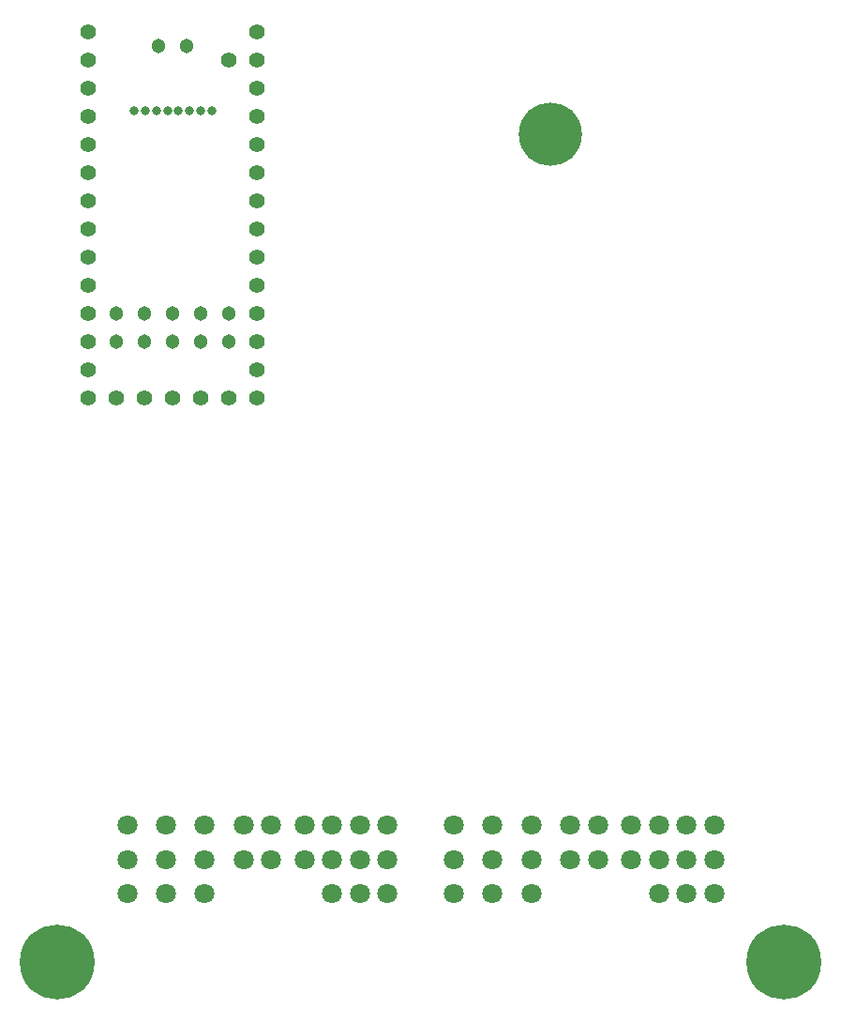
<source format=gbs>
G04 #@! TF.GenerationSoftware,KiCad,Pcbnew,7.0.8*
G04 #@! TF.CreationDate,2023-11-08T10:16:28+01:00*
G04 #@! TF.ProjectId,MicroKI,4d696372-6f4b-4492-9e6b-696361645f70,rev?*
G04 #@! TF.SameCoordinates,Original*
G04 #@! TF.FileFunction,Soldermask,Bot*
G04 #@! TF.FilePolarity,Negative*
%FSLAX46Y46*%
G04 Gerber Fmt 4.6, Leading zero omitted, Abs format (unit mm)*
G04 Created by KiCad (PCBNEW 7.0.8) date 2023-11-08 10:16:28*
%MOMM*%
%LPD*%
G01*
G04 APERTURE LIST*
%ADD10C,1.404000*%
%ADD11C,1.304000*%
%ADD12C,0.804000*%
%ADD13C,1.800000*%
%ADD14C,6.750000*%
%ADD15C,3.600000*%
%ADD16C,5.700000*%
G04 APERTURE END LIST*
D10*
X80510000Y-51955000D03*
X80510000Y-54495000D03*
X80510000Y-57035000D03*
X80510000Y-59575000D03*
X80510000Y-62115000D03*
X80510000Y-64655000D03*
X80510000Y-67195000D03*
X80510000Y-69735000D03*
X80510000Y-72275000D03*
X80510000Y-74815000D03*
X80510000Y-77355000D03*
X80510000Y-79895000D03*
X80510000Y-82435000D03*
X80510000Y-84975000D03*
X83050000Y-84975000D03*
X85590000Y-84975000D03*
X88130000Y-84975000D03*
X90670000Y-84975000D03*
X93210000Y-84975000D03*
X95750000Y-84975000D03*
X95750000Y-82435000D03*
X95750000Y-79895000D03*
X95750000Y-77355000D03*
X95750000Y-74815000D03*
X95750000Y-72275000D03*
X95750000Y-69735000D03*
X95750000Y-67195000D03*
X95750000Y-64655000D03*
X95750000Y-62115000D03*
X95750000Y-59575000D03*
X95750000Y-57035000D03*
X95750000Y-54495000D03*
X95750000Y-51955000D03*
X93210000Y-54495000D03*
D11*
X93210000Y-79895000D03*
X93210000Y-77355000D03*
X90670000Y-79895000D03*
X90670000Y-77355000D03*
X88130000Y-79895000D03*
X88130000Y-77355000D03*
X85590000Y-79895000D03*
X85590000Y-77355000D03*
X83050000Y-79895000D03*
X83050000Y-77355000D03*
D12*
X91630000Y-59093400D03*
X90630000Y-59093400D03*
X89630000Y-59093400D03*
X88630000Y-59093400D03*
X87630000Y-59093400D03*
X86630000Y-59093400D03*
X85630000Y-59093400D03*
X84630000Y-59093400D03*
D11*
X89400000Y-53225000D03*
X86860000Y-53225000D03*
D13*
X84000000Y-123500000D03*
X87500000Y-123500000D03*
X91000000Y-123500000D03*
X94500000Y-123500000D03*
X97000000Y-123500000D03*
X100000000Y-123500000D03*
X102500000Y-123500000D03*
X105000000Y-123500000D03*
X107500000Y-123500000D03*
X84000000Y-126700000D03*
X87500000Y-126700000D03*
X91000000Y-126700000D03*
X94500000Y-126700000D03*
X97000000Y-126700000D03*
X100000000Y-126700000D03*
X102500000Y-126700000D03*
X105000000Y-126700000D03*
X107500000Y-126700000D03*
X84000000Y-129700000D03*
X87500000Y-129700000D03*
X91000000Y-129700000D03*
X102500000Y-129700000D03*
X105000000Y-129700000D03*
X107500000Y-129700000D03*
X113500000Y-123500000D03*
X117000000Y-123500000D03*
X120500000Y-123500000D03*
X124000000Y-123500000D03*
X126500000Y-123500000D03*
X129500000Y-123500000D03*
X132000000Y-123500000D03*
X134500000Y-123500000D03*
X137000000Y-123500000D03*
X113500000Y-126700000D03*
X117000000Y-126700000D03*
X120500000Y-126700000D03*
X124000000Y-126700000D03*
X126500000Y-126700000D03*
X129500000Y-126700000D03*
X132000000Y-126700000D03*
X134500000Y-126700000D03*
X137000000Y-126700000D03*
X113500000Y-129700000D03*
X117000000Y-129700000D03*
X120500000Y-129700000D03*
X132000000Y-129700000D03*
X134500000Y-129700000D03*
X137000000Y-129700000D03*
D14*
X77700000Y-135900000D03*
X143300000Y-135900000D03*
D15*
X122175000Y-61250000D03*
D16*
X122175000Y-61250000D03*
M02*

</source>
